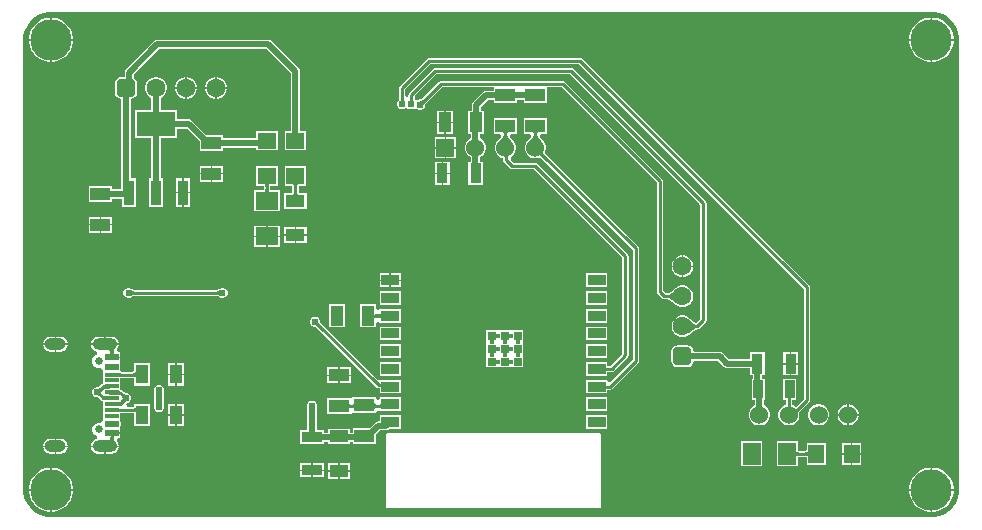
<source format=gbl>
G04*
G04 #@! TF.GenerationSoftware,Altium Limited,Altium Designer,25.6.2 (33)*
G04*
G04 Layer_Physical_Order=2*
G04 Layer_Color=16711680*
%FSLAX25Y25*%
%MOIN*%
G70*
G04*
G04 #@! TF.SameCoordinates,A6983FEA-D560-4925-98B3-38CB5C928B3C*
G04*
G04*
G04 #@! TF.FilePolarity,Positive*
G04*
G01*
G75*
%ADD10C,0.01000*%
%ADD26C,0.02000*%
%ADD27R,0.06000X0.06000*%
%ADD28C,0.06000*%
%ADD29C,0.06299*%
%ADD30O,0.08268X0.03937*%
%ADD31O,0.07087X0.03937*%
%ADD32C,0.01575*%
%ADD33C,0.02559*%
G04:AMPARAMS|DCode=34|XSize=62.99mil|YSize=62.99mil|CornerRadius=15.75mil|HoleSize=0mil|Usage=FLASHONLY|Rotation=0.000|XOffset=0mil|YOffset=0mil|HoleType=Round|Shape=RoundedRectangle|*
%AMROUNDEDRECTD34*
21,1,0.06299,0.03150,0,0,0.0*
21,1,0.03150,0.06299,0,0,0.0*
1,1,0.03150,0.01575,-0.01575*
1,1,0.03150,-0.01575,-0.01575*
1,1,0.03150,-0.01575,0.01575*
1,1,0.03150,0.01575,0.01575*
%
%ADD34ROUNDEDRECTD34*%
%ADD35C,0.13780*%
G04:AMPARAMS|DCode=36|XSize=62.99mil|YSize=62.99mil|CornerRadius=15.75mil|HoleSize=0mil|Usage=FLASHONLY|Rotation=90.000|XOffset=0mil|YOffset=0mil|HoleType=Round|Shape=RoundedRectangle|*
%AMROUNDEDRECTD36*
21,1,0.06299,0.03150,0,0,90.0*
21,1,0.03150,0.06299,0,0,90.0*
1,1,0.03150,0.01575,0.01575*
1,1,0.03150,0.01575,-0.01575*
1,1,0.03150,-0.01575,-0.01575*
1,1,0.03150,-0.01575,0.01575*
%
%ADD36ROUNDEDRECTD36*%
%ADD37C,0.02400*%
%ADD38R,0.06496X0.04331*%
%ADD39R,0.07480X0.05906*%
%ADD40R,0.04331X0.06693*%
%ADD41R,0.06693X0.03740*%
%ADD42R,0.06299X0.04134*%
%ADD43R,0.06693X0.04331*%
%ADD44R,0.04331X0.06496*%
%ADD45R,0.03740X0.06693*%
%ADD46R,0.03543X0.06102*%
%ADD47R,0.06299X0.05512*%
%ADD48R,0.05512X0.06299*%
%ADD49R,0.05906X0.07480*%
%ADD50R,0.05906X0.03543*%
%ADD51R,0.04528X0.02362*%
%ADD52R,0.03740X0.08465*%
%ADD53R,0.04528X0.01181*%
%ADD54R,0.02756X0.02756*%
%ADD55R,0.12795X0.08465*%
G36*
X425683Y321844D02*
X427356Y321150D01*
X428863Y320144D01*
X430144Y318863D01*
X431150Y317356D01*
X431844Y315683D01*
X432197Y313906D01*
Y313000D01*
Y163000D01*
Y162094D01*
X431844Y160317D01*
X431150Y158643D01*
X430144Y157137D01*
X428863Y155856D01*
X427356Y154850D01*
X425683Y154156D01*
X423906Y153803D01*
X128594D01*
X126817Y154156D01*
X125144Y154850D01*
X123637Y155856D01*
X122356Y157137D01*
X121350Y158643D01*
X120656Y160317D01*
X120303Y162094D01*
Y163000D01*
Y313000D01*
Y313906D01*
X120656Y315683D01*
X121350Y317356D01*
X122356Y318863D01*
X123637Y320144D01*
X125144Y321150D01*
X126817Y321844D01*
X128594Y322197D01*
X423906D01*
X425683Y321844D01*
D02*
G37*
%LPC*%
G36*
X423728Y320390D02*
X423250D01*
Y313250D01*
X430390D01*
Y313728D01*
X430106Y315156D01*
X429549Y316500D01*
X428740Y317711D01*
X427711Y318740D01*
X426500Y319549D01*
X425155Y320106D01*
X423728Y320390D01*
D02*
G37*
G36*
X422750D02*
X422272D01*
X420845Y320106D01*
X419500Y319549D01*
X418289Y318740D01*
X417260Y317711D01*
X416451Y316500D01*
X415894Y315156D01*
X415610Y313728D01*
Y313250D01*
X422750D01*
Y320390D01*
D02*
G37*
G36*
X130228D02*
X129750D01*
Y313250D01*
X136890D01*
Y313728D01*
X136606Y315156D01*
X136049Y316500D01*
X135240Y317711D01*
X134211Y318740D01*
X133000Y319549D01*
X131656Y320106D01*
X130228Y320390D01*
D02*
G37*
G36*
X129250D02*
X128772D01*
X127345Y320106D01*
X126000Y319549D01*
X124789Y318740D01*
X123760Y317711D01*
X122951Y316500D01*
X122394Y315156D01*
X122110Y313728D01*
Y313250D01*
X129250D01*
Y320390D01*
D02*
G37*
G36*
X430390Y312750D02*
X423250D01*
Y305610D01*
X423728D01*
X425155Y305894D01*
X426500Y306451D01*
X427711Y307260D01*
X428740Y308289D01*
X429549Y309500D01*
X430106Y310844D01*
X430390Y312272D01*
Y312750D01*
D02*
G37*
G36*
X422750D02*
X415610D01*
Y312272D01*
X415894Y310844D01*
X416451Y309500D01*
X417260Y308289D01*
X418289Y307260D01*
X419500Y306451D01*
X420845Y305894D01*
X422272Y305610D01*
X422750D01*
Y312750D01*
D02*
G37*
G36*
X136890D02*
X129750D01*
Y305610D01*
X130228D01*
X131656Y305894D01*
X133000Y306451D01*
X134211Y307260D01*
X135240Y308289D01*
X136049Y309500D01*
X136606Y310844D01*
X136890Y312272D01*
Y312750D01*
D02*
G37*
G36*
X129250D02*
X122110D01*
Y312272D01*
X122394Y310844D01*
X122951Y309500D01*
X123760Y308289D01*
X124789Y307260D01*
X126000Y306451D01*
X127345Y305894D01*
X128772Y305610D01*
X129250D01*
Y312750D01*
D02*
G37*
G36*
X184980Y300650D02*
X184750D01*
Y297250D01*
X188150D01*
Y297481D01*
X187901Y298409D01*
X187420Y299241D01*
X186741Y299920D01*
X185909Y300401D01*
X184980Y300650D01*
D02*
G37*
G36*
X184250D02*
X184019D01*
X183091Y300401D01*
X182259Y299920D01*
X181580Y299241D01*
X181099Y298409D01*
X180850Y297481D01*
Y297250D01*
X184250D01*
Y300650D01*
D02*
G37*
G36*
X174980D02*
X174750D01*
Y297250D01*
X178150D01*
Y297481D01*
X177901Y298409D01*
X177420Y299241D01*
X176741Y299920D01*
X175909Y300401D01*
X174980Y300650D01*
D02*
G37*
G36*
X174250D02*
X174020D01*
X173091Y300401D01*
X172259Y299920D01*
X171580Y299241D01*
X171099Y298409D01*
X170850Y297481D01*
Y297250D01*
X174250D01*
Y300650D01*
D02*
G37*
G36*
X188150Y296750D02*
X184750D01*
Y293350D01*
X184980D01*
X185909Y293599D01*
X186741Y294080D01*
X187420Y294759D01*
X187901Y295591D01*
X188150Y296519D01*
Y296750D01*
D02*
G37*
G36*
X184250D02*
X180850D01*
Y296519D01*
X181099Y295591D01*
X181580Y294759D01*
X182259Y294080D01*
X183091Y293599D01*
X184019Y293350D01*
X184250D01*
Y296750D01*
D02*
G37*
G36*
X178150D02*
X174750D01*
Y293350D01*
X174980D01*
X175909Y293599D01*
X176741Y294080D01*
X177420Y294759D01*
X177901Y295591D01*
X178150Y296519D01*
Y296750D01*
D02*
G37*
G36*
X174250D02*
X170850D01*
Y296519D01*
X171099Y295591D01*
X171580Y294759D01*
X172259Y294080D01*
X173091Y293599D01*
X174020Y293350D01*
X174250D01*
Y296750D01*
D02*
G37*
G36*
X263547Y289347D02*
X261132D01*
Y285750D01*
X263547D01*
Y289347D01*
D02*
G37*
G36*
X260632D02*
X258217D01*
Y285750D01*
X260632D01*
Y289347D01*
D02*
G37*
G36*
X263547Y285250D02*
X261132D01*
Y281653D01*
X263547D01*
Y285250D01*
D02*
G37*
G36*
X260632D02*
X258217D01*
Y281653D01*
X260632D01*
Y285250D01*
D02*
G37*
G36*
X264500Y280500D02*
X261250D01*
Y277250D01*
X264500D01*
Y280500D01*
D02*
G37*
G36*
X260750D02*
X257500D01*
Y277250D01*
X260750D01*
Y280500D01*
D02*
G37*
G36*
X202000Y313029D02*
X165000D01*
X164415Y312913D01*
X163919Y312581D01*
X154493Y303156D01*
X154162Y302660D01*
X154045Y302075D01*
Y300690D01*
X152925D01*
X152116Y300529D01*
X151429Y300071D01*
X150971Y299384D01*
X150810Y298575D01*
Y295425D01*
X150971Y294616D01*
X151429Y293929D01*
X152116Y293471D01*
X152925Y293310D01*
X152971D01*
Y263147D01*
X149846D01*
Y264283D01*
X142154D01*
Y258953D01*
X149846D01*
Y260089D01*
X153075D01*
Y257350D01*
X157815D01*
Y266815D01*
X156029D01*
Y293310D01*
X156075D01*
X156884Y293471D01*
X157571Y293929D01*
X158029Y294616D01*
X158190Y295425D01*
Y298575D01*
X158029Y299384D01*
X157571Y300071D01*
X157104Y300382D01*
Y301441D01*
X165633Y309971D01*
X201366D01*
X209471Y301867D01*
Y282661D01*
X207350D01*
Y276150D01*
X214650D01*
Y282661D01*
X212529D01*
Y302500D01*
X212413Y303085D01*
X212081Y303581D01*
X203081Y312581D01*
X202585Y312913D01*
X202000Y313029D01*
D02*
G37*
G36*
X164980Y300650D02*
X164020D01*
X163091Y300401D01*
X162259Y299920D01*
X161580Y299241D01*
X161099Y298409D01*
X160850Y297481D01*
Y296519D01*
X161099Y295591D01*
X161580Y294759D01*
X162259Y294080D01*
X162971Y293669D01*
Y289650D01*
X157602D01*
Y280185D01*
X162971D01*
Y266815D01*
X162130D01*
Y257350D01*
X166870D01*
Y266815D01*
X166029D01*
Y280185D01*
X171398D01*
Y283388D01*
X174886D01*
X179154Y279121D01*
Y275953D01*
X186846D01*
Y277089D01*
X197850D01*
Y276150D01*
X205150D01*
Y282661D01*
X197850D01*
Y280148D01*
X186846D01*
Y281283D01*
X181316D01*
X176601Y285999D01*
X176105Y286330D01*
X175520Y286447D01*
X171398D01*
Y289650D01*
X166029D01*
Y293669D01*
X166741Y294080D01*
X167420Y294759D01*
X167901Y295591D01*
X168150Y296519D01*
Y297481D01*
X167901Y298409D01*
X167420Y299241D01*
X166741Y299920D01*
X165909Y300401D01*
X164980Y300650D01*
D02*
G37*
G36*
X264500Y276750D02*
X261250D01*
Y273500D01*
X264500D01*
Y276750D01*
D02*
G37*
G36*
X260750D02*
X257500D01*
Y273500D01*
X260750D01*
Y276750D01*
D02*
G37*
G36*
X262358Y272346D02*
X260238D01*
Y268750D01*
X262358D01*
Y272346D01*
D02*
G37*
G36*
X259738D02*
X257618D01*
Y268750D01*
X259738D01*
Y272346D01*
D02*
G37*
G36*
X186846Y271047D02*
X183250D01*
Y268632D01*
X186846D01*
Y271047D01*
D02*
G37*
G36*
X182750D02*
X179154D01*
Y268632D01*
X182750D01*
Y271047D01*
D02*
G37*
G36*
X186846Y268132D02*
X183250D01*
Y265717D01*
X186846D01*
Y268132D01*
D02*
G37*
G36*
X182750D02*
X179154D01*
Y265717D01*
X182750D01*
Y268132D01*
D02*
G37*
G36*
X262358Y268250D02*
X260238D01*
Y264653D01*
X262358D01*
Y268250D01*
D02*
G37*
G36*
X259738D02*
X257618D01*
Y264653D01*
X259738D01*
Y268250D01*
D02*
G37*
G36*
X175925Y266815D02*
X173805D01*
Y262333D01*
X175925D01*
Y266815D01*
D02*
G37*
G36*
X173305D02*
X171185D01*
Y262333D01*
X173305D01*
Y266815D01*
D02*
G37*
G36*
X175925Y261833D02*
X173805D01*
Y257350D01*
X175925D01*
Y261833D01*
D02*
G37*
G36*
X173305D02*
X171185D01*
Y257350D01*
X173305D01*
Y261833D01*
D02*
G37*
G36*
X214650Y270850D02*
X207350D01*
Y264339D01*
X209895D01*
X209898Y264337D01*
X209906Y264317D01*
X209926Y264246D01*
X209943Y264142D01*
X209954Y264009D01*
X209959Y263836D01*
X209980Y263788D01*
Y262326D01*
X209959Y262278D01*
X209954Y262105D01*
X209943Y261972D01*
X209926Y261869D01*
X209906Y261797D01*
X209898Y261777D01*
X209895Y261776D01*
X207252D01*
Y256445D01*
X214748D01*
Y261776D01*
X212105D01*
X212102Y261777D01*
X212094Y261797D01*
X212074Y261869D01*
X212057Y261972D01*
X212046Y262105D01*
X212041Y262278D01*
X212020Y262326D01*
Y263788D01*
X212041Y263836D01*
X212046Y264009D01*
X212057Y264142D01*
X212074Y264246D01*
X212094Y264317D01*
X212102Y264337D01*
X212105Y264339D01*
X214650D01*
Y270850D01*
D02*
G37*
G36*
X205150D02*
X197850D01*
Y264339D01*
X200395D01*
X200398Y264337D01*
X200406Y264317D01*
X200426Y264246D01*
X200443Y264142D01*
X200454Y264009D01*
X200459Y263836D01*
X200480Y263788D01*
Y263314D01*
X200459Y263266D01*
X200454Y263093D01*
X200443Y262960D01*
X200426Y262857D01*
X200406Y262785D01*
X200398Y262765D01*
X200395Y262764D01*
X197260D01*
Y255858D01*
X205740D01*
Y262764D01*
X202605D01*
X202602Y262765D01*
X202594Y262785D01*
X202574Y262857D01*
X202557Y262960D01*
X202546Y263093D01*
X202541Y263266D01*
X202520Y263314D01*
Y263788D01*
X202541Y263836D01*
X202546Y264009D01*
X202557Y264142D01*
X202574Y264246D01*
X202594Y264317D01*
X202602Y264337D01*
X202605Y264339D01*
X205150D01*
Y270850D01*
D02*
G37*
G36*
X149846Y254047D02*
X146250D01*
Y251632D01*
X149846D01*
Y254047D01*
D02*
G37*
G36*
X145750D02*
X142154D01*
Y251632D01*
X145750D01*
Y254047D01*
D02*
G37*
G36*
X149846Y251132D02*
X146250D01*
Y248716D01*
X149846D01*
Y251132D01*
D02*
G37*
G36*
X145750D02*
X142154D01*
Y248716D01*
X145750D01*
Y251132D01*
D02*
G37*
G36*
X214748Y250555D02*
X211250D01*
Y248140D01*
X214748D01*
Y250555D01*
D02*
G37*
G36*
X210750D02*
X207252D01*
Y248140D01*
X210750D01*
Y250555D01*
D02*
G37*
G36*
X205740Y250953D02*
X201750D01*
Y247750D01*
X205740D01*
Y250953D01*
D02*
G37*
G36*
X201250D02*
X197260D01*
Y247750D01*
X201250D01*
Y250953D01*
D02*
G37*
G36*
X214748Y247640D02*
X211250D01*
Y245224D01*
X214748D01*
Y247640D01*
D02*
G37*
G36*
X210750D02*
X207252D01*
Y245224D01*
X210750D01*
Y247640D01*
D02*
G37*
G36*
X205740Y247250D02*
X201750D01*
Y244047D01*
X205740D01*
Y247250D01*
D02*
G37*
G36*
X201250D02*
X197260D01*
Y244047D01*
X201250D01*
Y247250D01*
D02*
G37*
G36*
X340480Y241150D02*
X340250D01*
Y237750D01*
X343650D01*
Y237981D01*
X343401Y238909D01*
X342920Y239741D01*
X342241Y240420D01*
X341409Y240901D01*
X340480Y241150D01*
D02*
G37*
G36*
X339750D02*
X339520D01*
X338591Y240901D01*
X337759Y240420D01*
X337080Y239741D01*
X336599Y238909D01*
X336350Y237981D01*
Y237750D01*
X339750D01*
Y241150D01*
D02*
G37*
G36*
X343650Y237250D02*
X340250D01*
Y233850D01*
X340480D01*
X341409Y234099D01*
X342241Y234580D01*
X342920Y235259D01*
X343401Y236091D01*
X343650Y237019D01*
Y237250D01*
D02*
G37*
G36*
X339750D02*
X336350D01*
Y237019D01*
X336599Y236091D01*
X337080Y235259D01*
X337759Y234580D01*
X338591Y234099D01*
X339520Y233850D01*
X339750D01*
Y237250D01*
D02*
G37*
G36*
X246004Y235098D02*
X242801D01*
Y233077D01*
X246004D01*
Y235098D01*
D02*
G37*
G36*
X242301D02*
X239098D01*
Y233077D01*
X242301D01*
Y235098D01*
D02*
G37*
G36*
X314902D02*
X307996D01*
Y230555D01*
X314902D01*
Y235098D01*
D02*
G37*
G36*
X246004Y232577D02*
X242801D01*
Y230555D01*
X246004D01*
Y232577D01*
D02*
G37*
G36*
X242301D02*
X239098D01*
Y230555D01*
X242301D01*
Y232577D01*
D02*
G37*
G36*
X186988Y230342D02*
X186311D01*
X185687Y230083D01*
X185516Y229912D01*
X185424Y229878D01*
X185373Y229831D01*
X185338Y229804D01*
X185299Y229779D01*
X185255Y229757D01*
X185205Y229737D01*
X185148Y229719D01*
X185083Y229704D01*
X185010Y229693D01*
X184929Y229686D01*
X184824Y229683D01*
X184776Y229661D01*
X157224D01*
X157176Y229683D01*
X157071Y229686D01*
X156990Y229693D01*
X156917Y229704D01*
X156852Y229719D01*
X156795Y229737D01*
X156745Y229757D01*
X156701Y229779D01*
X156662Y229804D01*
X156627Y229831D01*
X156576Y229878D01*
X156484Y229912D01*
X156313Y230083D01*
X155689Y230342D01*
X155012D01*
X154387Y230083D01*
X153909Y229605D01*
X153650Y228980D01*
Y228304D01*
X153909Y227679D01*
X154387Y227201D01*
X155012Y226942D01*
X155689D01*
X156313Y227201D01*
X156484Y227371D01*
X156576Y227405D01*
X156627Y227453D01*
X156662Y227480D01*
X156701Y227504D01*
X156745Y227526D01*
X156795Y227547D01*
X156852Y227564D01*
X156917Y227579D01*
X156990Y227591D01*
X157071Y227598D01*
X157176Y227601D01*
X157224Y227622D01*
X184776D01*
X184824Y227601D01*
X184929Y227598D01*
X185010Y227591D01*
X185083Y227579D01*
X185148Y227564D01*
X185205Y227547D01*
X185255Y227526D01*
X185299Y227504D01*
X185338Y227480D01*
X185373Y227452D01*
X185424Y227405D01*
X185516Y227371D01*
X185687Y227201D01*
X186311Y226942D01*
X186988D01*
X187613Y227201D01*
X188091Y227679D01*
X188350Y228304D01*
Y228980D01*
X188091Y229605D01*
X187613Y230083D01*
X186988Y230342D01*
D02*
G37*
G36*
X314902Y229193D02*
X307996D01*
Y224650D01*
X314902D01*
Y229193D01*
D02*
G37*
G36*
X246004D02*
X239098D01*
Y224650D01*
X246004D01*
Y229193D01*
D02*
G37*
G36*
X314902Y223287D02*
X307996D01*
Y218744D01*
X314902D01*
Y223287D01*
D02*
G37*
G36*
X237902Y224847D02*
X232571D01*
Y217154D01*
X237902D01*
Y218556D01*
X238570Y218946D01*
X239098Y218744D01*
Y218744D01*
X246004D01*
Y223287D01*
X239098D01*
Y223287D01*
X238556Y223062D01*
X237902Y223444D01*
Y224847D01*
D02*
G37*
G36*
X227665D02*
X222335D01*
Y217154D01*
X227665D01*
Y224847D01*
D02*
G37*
G36*
X314902Y217382D02*
X307996D01*
Y212839D01*
X314902D01*
Y217382D01*
D02*
G37*
G36*
X246004D02*
X239098D01*
Y212839D01*
X246004D01*
Y217382D01*
D02*
G37*
G36*
X149622Y214033D02*
X147707D01*
Y211766D01*
X152089D01*
X151947Y212479D01*
X151402Y213295D01*
X150585Y213841D01*
X149622Y214033D01*
D02*
G37*
G36*
X147207D02*
X145291D01*
X144328Y213841D01*
X143512Y213295D01*
X142966Y212479D01*
X142824Y211766D01*
X147207D01*
Y214033D01*
D02*
G37*
G36*
X132575D02*
X131250D01*
Y211766D01*
X135042D01*
X134900Y212479D01*
X134354Y213295D01*
X133538Y213841D01*
X132575Y214033D01*
D02*
G37*
G36*
X130750D02*
X129425D01*
X128462Y213841D01*
X127646Y213295D01*
X127100Y212479D01*
X126958Y211766D01*
X130750D01*
Y214033D01*
D02*
G37*
G36*
X135042Y211266D02*
X131250D01*
Y208999D01*
X132575D01*
X133538Y209191D01*
X134354Y209736D01*
X134900Y210553D01*
X135042Y211266D01*
D02*
G37*
G36*
X130750D02*
X126958D01*
X127100Y210553D01*
X127646Y209736D01*
X128462Y209191D01*
X129425Y208999D01*
X130750D01*
Y211266D01*
D02*
G37*
G36*
X314902Y211476D02*
X307996D01*
Y206933D01*
X314902D01*
Y211476D01*
D02*
G37*
G36*
X246004D02*
X239098D01*
Y206933D01*
X246004D01*
Y211476D01*
D02*
G37*
G36*
X378382Y208846D02*
X376262D01*
Y205250D01*
X378382D01*
Y208846D01*
D02*
G37*
G36*
X375762D02*
X373642D01*
Y205250D01*
X375762D01*
Y208846D01*
D02*
G37*
G36*
X284846Y287047D02*
X277153D01*
Y281716D01*
X278944D01*
X278993Y281693D01*
X279195Y281532D01*
X279391Y281236D01*
X279541Y280716D01*
X279481Y280626D01*
X279295Y280378D01*
X278807Y279819D01*
X278515Y279522D01*
X278475Y279425D01*
X278199Y279149D01*
X277738Y278351D01*
X277500Y277461D01*
Y276539D01*
X277738Y275649D01*
X278199Y274851D01*
X278851Y274199D01*
X279649Y273739D01*
X280077Y273624D01*
Y273086D01*
X280154Y272696D01*
X280375Y272365D01*
X282461Y270279D01*
X282792Y270058D01*
X283182Y269980D01*
X290578D01*
X319980Y240578D01*
Y208192D01*
X316107Y204319D01*
X314902D01*
Y205571D01*
X307996D01*
Y201028D01*
X314902D01*
Y202280D01*
X316529D01*
X316919Y202357D01*
X317250Y202578D01*
X321721Y207049D01*
X321942Y207380D01*
X322020Y207770D01*
Y241000D01*
X321942Y241390D01*
X321721Y241721D01*
X291721Y271721D01*
X291390Y271942D01*
X291000Y272020D01*
X283604D01*
X282763Y272861D01*
X282952Y274086D01*
X283149Y274199D01*
X283801Y274851D01*
X284261Y275649D01*
X284500Y276539D01*
Y277461D01*
X284261Y278351D01*
X283801Y279149D01*
X283525Y279425D01*
X283486Y279522D01*
X283193Y279819D01*
X282705Y280378D01*
X282519Y280625D01*
X282459Y280716D01*
X282609Y281236D01*
X282805Y281532D01*
X283007Y281693D01*
X283056Y281716D01*
X284846D01*
Y287047D01*
D02*
G37*
G36*
X278327Y216201D02*
Y216201D01*
X274571D01*
Y212445D01*
X274571D01*
Y211870D01*
X274571D01*
Y208114D01*
X274571D01*
Y207539D01*
X274571D01*
Y203783D01*
X278327D01*
Y203783D01*
X278902D01*
Y203783D01*
X282658D01*
Y203783D01*
X283232D01*
Y203783D01*
X286988D01*
Y207539D01*
X286988D01*
Y208114D01*
X286988D01*
Y211870D01*
X286988D01*
Y212445D01*
X286988D01*
Y216201D01*
X283629D01*
X283232Y216201D01*
Y216201D01*
X282658D01*
X282658Y216201D01*
X282261Y216201D01*
X278902D01*
Y216201D01*
X278327D01*
D02*
G37*
G36*
X173776Y205248D02*
X171360D01*
Y201750D01*
X173776D01*
Y205248D01*
D02*
G37*
G36*
X170860D02*
X168445D01*
Y201750D01*
X170860D01*
Y205248D01*
D02*
G37*
G36*
X229346Y203783D02*
X225750D01*
Y201368D01*
X229346D01*
Y203783D01*
D02*
G37*
G36*
X225250D02*
X221654D01*
Y201368D01*
X225250D01*
Y203783D01*
D02*
G37*
G36*
X378382Y204750D02*
X376262D01*
Y201153D01*
X378382D01*
Y204750D01*
D02*
G37*
G36*
X375762D02*
X373642D01*
Y201153D01*
X375762D01*
Y204750D01*
D02*
G37*
G36*
X246004Y205571D02*
X239098D01*
Y201028D01*
X246004D01*
Y205571D01*
D02*
G37*
G36*
X294847Y287047D02*
X287154D01*
Y281716D01*
X288944D01*
X288993Y281693D01*
X289195Y281532D01*
X289391Y281236D01*
X289541Y280716D01*
X289481Y280626D01*
X289295Y280378D01*
X288807Y279819D01*
X288514Y279522D01*
X288475Y279425D01*
X288199Y279149D01*
X287738Y278351D01*
X287500Y277461D01*
Y276539D01*
X287738Y275649D01*
X288199Y274851D01*
X288851Y274199D01*
X289649Y273739D01*
X290539Y273500D01*
X291461D01*
X292351Y273739D01*
X292648Y273910D01*
X323480Y243078D01*
Y206422D01*
X315902Y198844D01*
X314902Y199258D01*
Y199665D01*
X307996D01*
Y195122D01*
X314902D01*
Y196374D01*
X315894D01*
X316284Y196452D01*
X316615Y196673D01*
X325221Y205279D01*
X325442Y205610D01*
X325520Y206000D01*
Y243500D01*
X325442Y243890D01*
X325221Y244221D01*
X294090Y275352D01*
X294262Y275649D01*
X294500Y276539D01*
Y277461D01*
X294262Y278351D01*
X293801Y279149D01*
X293525Y279425D01*
X293485Y279522D01*
X293193Y279819D01*
X292705Y280378D01*
X292519Y280625D01*
X292459Y280716D01*
X292609Y281236D01*
X292805Y281532D01*
X293007Y281693D01*
X293056Y281716D01*
X294847D01*
Y287047D01*
D02*
G37*
G36*
X229346Y200868D02*
X225750D01*
Y198453D01*
X229346D01*
Y200868D01*
D02*
G37*
G36*
X225250D02*
X221654D01*
Y198453D01*
X225250D01*
Y200868D01*
D02*
G37*
G36*
X173776Y201250D02*
X171360D01*
Y197752D01*
X173776D01*
Y201250D01*
D02*
G37*
G36*
X170860D02*
X168445D01*
Y197752D01*
X170860D01*
Y201250D01*
D02*
G37*
G36*
X152089Y211266D02*
X142824D01*
X142966Y210553D01*
X143512Y209736D01*
X144328Y209191D01*
X144837Y209089D01*
X144815Y208074D01*
X144197Y207818D01*
X143556Y207177D01*
X143209Y206339D01*
Y205432D01*
X143556Y204595D01*
X144197Y203953D01*
X145035Y203606D01*
X145942D01*
X145957Y203612D01*
X146957Y202944D01*
Y198412D01*
X146927Y198411D01*
X146830Y198366D01*
X146558Y198312D01*
X146227Y198091D01*
X145666Y197530D01*
X145620Y197513D01*
X145617Y197508D01*
X145611Y197505D01*
X145536Y197434D01*
X145474Y197382D01*
X145416Y197341D01*
X145361Y197307D01*
X145311Y197282D01*
X145264Y197263D01*
X145221Y197251D01*
X145180Y197243D01*
X145139Y197239D01*
X145071Y197239D01*
X144974Y197200D01*
X144662D01*
X144037Y196941D01*
X143559Y196463D01*
X143300Y195838D01*
Y195162D01*
X143559Y194537D01*
X144037Y194059D01*
X144662Y193800D01*
X144945D01*
X145039Y193760D01*
X145108Y193759D01*
X145150Y193754D01*
X145193Y193746D01*
X145238Y193732D01*
X145285Y193712D01*
X145337Y193686D01*
X145392Y193652D01*
X145451Y193609D01*
X145513Y193557D01*
X145589Y193485D01*
X145589Y193485D01*
X145590Y193485D01*
X145638Y193466D01*
X146212Y192893D01*
X146542Y192672D01*
X146824Y192616D01*
X146923Y192573D01*
X146957Y192572D01*
Y190465D01*
Y186071D01*
X145957Y185403D01*
X145942Y185409D01*
X145035D01*
X144197Y185062D01*
X143556Y184421D01*
X143209Y183583D01*
Y182676D01*
X143556Y181839D01*
X144197Y181197D01*
X144815Y180942D01*
X144837Y179927D01*
X144328Y179825D01*
X143512Y179280D01*
X142966Y178463D01*
X142824Y177750D01*
X152089D01*
X151947Y178463D01*
X151436Y179228D01*
X151496Y179514D01*
X151782Y180228D01*
X152484D01*
Y181659D01*
X149721D01*
Y182159D01*
X152484D01*
Y184141D01*
X152700Y184662D01*
Y185338D01*
X152484Y185859D01*
Y188519D01*
X152799Y188537D01*
X152974Y188538D01*
X153026Y188559D01*
X156674D01*
X156722Y188538D01*
X156895Y188533D01*
X157028Y188522D01*
X157131Y188504D01*
X157203Y188485D01*
X157223Y188477D01*
X157224Y188474D01*
Y184252D01*
X162555D01*
Y191748D01*
X157224D01*
Y190684D01*
X157223Y190681D01*
X157203Y190673D01*
X157131Y190653D01*
X157028Y190636D01*
X156895Y190624D01*
X156722Y190620D01*
X156674Y190598D01*
X155161D01*
X154928Y190729D01*
X154837Y190818D01*
X154537Y191457D01*
X154550Y191598D01*
X154828Y191800D01*
X154838D01*
X155463Y192059D01*
X155941Y192537D01*
X156200Y193162D01*
Y193838D01*
X155941Y194463D01*
X155463Y194941D01*
X154838Y195200D01*
X154584D01*
X154492Y195241D01*
X154423Y195243D01*
X154380Y195248D01*
X154336Y195258D01*
X154290Y195273D01*
X154240Y195293D01*
X154188Y195320D01*
X154132Y195355D01*
X154073Y195399D01*
X154010Y195451D01*
X153934Y195523D01*
X153885Y195542D01*
X153304Y196123D01*
X152973Y196344D01*
X152693Y196399D01*
X152594Y196443D01*
X152484Y196445D01*
Y200330D01*
X152799Y200348D01*
X152974Y200349D01*
X153026Y200370D01*
X156674D01*
X156722Y200349D01*
X156895Y200344D01*
X157028Y200332D01*
X157131Y200315D01*
X157203Y200296D01*
X157223Y200288D01*
X157224Y200285D01*
Y197752D01*
X162555D01*
Y205248D01*
X157224D01*
Y202495D01*
X157223Y202492D01*
X157203Y202484D01*
X157131Y202464D01*
X157028Y202447D01*
X156895Y202435D01*
X156722Y202431D01*
X156674Y202409D01*
X153028D01*
X152977Y202431D01*
X152627Y202434D01*
X152484Y202441D01*
Y205425D01*
Y206856D01*
X149721D01*
Y207356D01*
X152484D01*
Y208787D01*
X151782D01*
X151496Y209501D01*
X151436Y209787D01*
X151947Y210553D01*
X152089Y211266D01*
D02*
G37*
G36*
X217838Y220700D02*
X217162D01*
X216537Y220441D01*
X216059Y219963D01*
X215800Y219338D01*
Y218662D01*
X216059Y218037D01*
X216537Y217559D01*
X217162Y217300D01*
X217758D01*
X237963Y197095D01*
X238294Y196874D01*
X238684Y196796D01*
X239098D01*
Y195122D01*
X246004D01*
Y199665D01*
X239098D01*
Y199665D01*
X238517Y199425D01*
X219200Y218742D01*
Y219338D01*
X218941Y219963D01*
X218463Y220441D01*
X217838Y220700D01*
D02*
G37*
G36*
X306000Y307020D02*
X255500D01*
X255110Y306942D01*
X254779Y306721D01*
X245779Y297721D01*
X245558Y297390D01*
X245480Y297000D01*
Y292885D01*
X245059Y292463D01*
X244800Y291838D01*
Y291162D01*
X245059Y290537D01*
X245537Y290059D01*
X246162Y289800D01*
X246838D01*
X247463Y290059D01*
X248000Y290490D01*
X248537Y290059D01*
X249162Y289800D01*
X249838D01*
X250463Y290059D01*
X251091Y290413D01*
X251628Y289968D01*
X252253Y289709D01*
X252929D01*
X253554Y289968D01*
X254032Y290446D01*
X254291Y291071D01*
Y291312D01*
X254332Y291401D01*
X254334Y291471D01*
X254340Y291514D01*
X254350Y291559D01*
X254365Y291606D01*
X254387Y291656D01*
X254414Y291709D01*
X254450Y291765D01*
X254493Y291825D01*
X254546Y291888D01*
X254618Y291964D01*
X254637Y292013D01*
X259888Y297264D01*
X277153D01*
Y296029D01*
X274500D01*
X273915Y295913D01*
X273419Y295581D01*
X270155Y292318D01*
X269823Y291822D01*
X269707Y291236D01*
Y289347D01*
X268453D01*
Y281653D01*
X269471D01*
Y280158D01*
X268851Y279801D01*
X268199Y279149D01*
X267739Y278351D01*
X267500Y277461D01*
Y276539D01*
X267739Y275649D01*
X268199Y274851D01*
X268851Y274199D01*
X269471Y273842D01*
Y272346D01*
X268642D01*
Y264653D01*
X273382D01*
Y272346D01*
X272529D01*
Y273842D01*
X273149Y274199D01*
X273801Y274851D01*
X274261Y275649D01*
X274500Y276539D01*
Y277461D01*
X274261Y278351D01*
X273801Y279149D01*
X273149Y279801D01*
X272529Y280158D01*
Y281653D01*
X273783D01*
Y289347D01*
X272766D01*
Y290603D01*
X275133Y292971D01*
X277153D01*
Y291953D01*
X284846D01*
Y292971D01*
X287154D01*
Y291953D01*
X294847D01*
Y297264D01*
X299794D01*
X331480Y265578D01*
Y229000D01*
X331558Y228610D01*
X331779Y228279D01*
X333279Y226779D01*
X333610Y226558D01*
X334000Y226480D01*
X334920D01*
X334959Y226460D01*
X335143Y226446D01*
X335309Y226410D01*
X335498Y226344D01*
X335710Y226246D01*
X335943Y226113D01*
X336195Y225945D01*
X336459Y225745D01*
X337053Y225223D01*
X337371Y224910D01*
X337468Y224870D01*
X337759Y224580D01*
X338591Y224099D01*
X339520Y223850D01*
X340480D01*
X341409Y224099D01*
X342241Y224580D01*
X342920Y225259D01*
X343401Y226091D01*
X343650Y227020D01*
Y227980D01*
X343401Y228909D01*
X342920Y229741D01*
X342241Y230420D01*
X341409Y230901D01*
X340480Y231150D01*
X339520D01*
X338591Y230901D01*
X337759Y230420D01*
X337468Y230130D01*
X337371Y230090D01*
X337053Y229777D01*
X336459Y229255D01*
X336195Y229055D01*
X335943Y228887D01*
X335710Y228754D01*
X335498Y228656D01*
X335309Y228590D01*
X335143Y228554D01*
X334959Y228540D01*
X334920Y228520D01*
X334422D01*
X333520Y229422D01*
Y266000D01*
X333442Y266390D01*
X333221Y266721D01*
X300938Y299004D01*
X300607Y299225D01*
X300217Y299303D01*
X259466D01*
X259075Y299225D01*
X258745Y299004D01*
X253195Y293455D01*
X253146Y293436D01*
X253070Y293364D01*
X253007Y293312D01*
X252947Y293268D01*
X252891Y293232D01*
X252838Y293205D01*
X252788Y293184D01*
X252741Y293168D01*
X252696Y293158D01*
X252653Y293152D01*
X252583Y293150D01*
X252494Y293109D01*
X252253D01*
X251768Y292908D01*
X251715Y292887D01*
X251661Y292880D01*
X251627Y292878D01*
X251604Y292878D01*
X251126Y293007D01*
X250848Y293156D01*
X250737Y293261D01*
X250727Y294285D01*
X257922Y301480D01*
X302578D01*
X345980Y258078D01*
Y219922D01*
X344652Y218594D01*
X344472Y218654D01*
X344261Y218749D01*
X344033Y218877D01*
X343790Y219038D01*
X343538Y219230D01*
X342976Y219735D01*
X342680Y220037D01*
X342677Y220038D01*
X342676Y220041D01*
X342580Y220081D01*
X342241Y220420D01*
X341409Y220901D01*
X340480Y221150D01*
X339520D01*
X338591Y220901D01*
X337759Y220420D01*
X337080Y219741D01*
X336599Y218909D01*
X336350Y217981D01*
Y217020D01*
X336599Y216091D01*
X337080Y215259D01*
X337759Y214580D01*
X338591Y214099D01*
X339520Y213850D01*
X340480D01*
X341409Y214099D01*
X342241Y214580D01*
X342578Y214917D01*
X342673Y214955D01*
X343267Y215539D01*
X343533Y215766D01*
X343790Y215962D01*
X344033Y216123D01*
X344261Y216251D01*
X344472Y216346D01*
X344665Y216410D01*
X344841Y216446D01*
X345038Y216460D01*
X345130Y216506D01*
X345390Y216558D01*
X345721Y216779D01*
X347721Y218779D01*
X347942Y219110D01*
X348020Y219500D01*
Y258500D01*
X347942Y258890D01*
X347721Y259221D01*
X303721Y303221D01*
X303390Y303442D01*
X303000Y303520D01*
X257500D01*
X257110Y303442D01*
X256779Y303221D01*
X248938Y295380D01*
X248717Y295049D01*
X248640Y294659D01*
Y293921D01*
X248457Y293792D01*
X247520Y294215D01*
Y296578D01*
X255922Y304980D01*
X305578D01*
X380480Y230078D01*
Y193422D01*
X377754Y190696D01*
X377649Y190801D01*
X376851Y191261D01*
X376520Y191350D01*
Y192949D01*
X377988D01*
Y200051D01*
X373445D01*
Y192949D01*
X374480D01*
Y191350D01*
X374149Y191261D01*
X373351Y190801D01*
X372699Y190149D01*
X372238Y189351D01*
X372000Y188461D01*
Y187539D01*
X372238Y186649D01*
X372699Y185851D01*
X373351Y185199D01*
X374149Y184739D01*
X375039Y184500D01*
X375961D01*
X376851Y184739D01*
X377649Y185199D01*
X378301Y185851D01*
X378762Y186649D01*
X379000Y187539D01*
Y188461D01*
X378874Y188932D01*
X382221Y192279D01*
X382442Y192610D01*
X382520Y193000D01*
Y230500D01*
X382442Y230890D01*
X382221Y231221D01*
X306721Y306721D01*
X306390Y306942D01*
X306000Y307020D01*
D02*
G37*
G36*
X314902Y193760D02*
X307996D01*
Y189216D01*
X314902D01*
Y193760D01*
D02*
G37*
G36*
X230154Y193783D02*
X229346Y193547D01*
X229346Y193547D01*
X221654D01*
Y188216D01*
X229251D01*
X229346Y188216D01*
Y188216D01*
X230154Y188453D01*
X230154Y188453D01*
X237846D01*
Y188910D01*
X238749Y189451D01*
X239098Y189216D01*
Y189216D01*
X246004D01*
Y193760D01*
X239098D01*
Y193186D01*
X238472Y192822D01*
X237846Y193186D01*
Y193783D01*
X230249D01*
X230154Y193783D01*
D02*
G37*
G36*
X165838Y197978D02*
X165162D01*
X164537Y197719D01*
X164059Y197240D01*
X163800Y196616D01*
Y195939D01*
X163971Y195528D01*
Y191250D01*
X163800Y190838D01*
Y190162D01*
X164059Y189537D01*
X164537Y189059D01*
X165162Y188800D01*
X165838D01*
X166463Y189059D01*
X166941Y189537D01*
X167200Y190162D01*
Y190838D01*
X167029Y191250D01*
Y195528D01*
X167200Y195939D01*
Y196616D01*
X166941Y197240D01*
X166463Y197719D01*
X165838Y197978D01*
D02*
G37*
G36*
X173776Y191748D02*
X171360D01*
Y188250D01*
X173776D01*
Y191748D01*
D02*
G37*
G36*
X395646Y191500D02*
X395435D01*
Y188250D01*
X398685D01*
Y188461D01*
X398446Y189351D01*
X397986Y190149D01*
X397334Y190801D01*
X396536Y191261D01*
X395646Y191500D01*
D02*
G37*
G36*
X394935D02*
X394724D01*
X393834Y191261D01*
X393036Y190801D01*
X392384Y190149D01*
X391924Y189351D01*
X391685Y188461D01*
Y188250D01*
X394935D01*
Y191500D01*
D02*
G37*
G36*
X170860Y191748D02*
X168445D01*
Y188250D01*
X170860D01*
Y191748D01*
D02*
G37*
G36*
X398685Y187750D02*
X395435D01*
Y184500D01*
X395646D01*
X396536Y184739D01*
X397334Y185199D01*
X397986Y185851D01*
X398446Y186649D01*
X398685Y187539D01*
Y187750D01*
D02*
G37*
G36*
X394935D02*
X391685D01*
Y187539D01*
X391924Y186649D01*
X392384Y185851D01*
X393036Y185199D01*
X393834Y184739D01*
X394724Y184500D01*
X394935D01*
Y187750D01*
D02*
G37*
G36*
X385803Y191500D02*
X384882D01*
X383992Y191261D01*
X383193Y190801D01*
X382542Y190149D01*
X382081Y189351D01*
X381842Y188461D01*
Y187539D01*
X382081Y186649D01*
X382542Y185851D01*
X383193Y185199D01*
X383992Y184739D01*
X384882Y184500D01*
X385803D01*
X386694Y184739D01*
X387492Y185199D01*
X388143Y185851D01*
X388604Y186649D01*
X388843Y187539D01*
Y188461D01*
X388604Y189351D01*
X388143Y190149D01*
X387492Y190801D01*
X386694Y191261D01*
X385803Y191500D01*
D02*
G37*
G36*
X341575Y211190D02*
X338425D01*
X337616Y211029D01*
X336929Y210571D01*
X336471Y209884D01*
X336310Y209075D01*
Y205925D01*
X336471Y205116D01*
X336929Y204429D01*
X337616Y203971D01*
X338425Y203810D01*
X341575D01*
X342384Y203971D01*
X343071Y204429D01*
X343529Y205116D01*
X343690Y205925D01*
Y205971D01*
X351867D01*
X353919Y203919D01*
X354415Y203587D01*
X355000Y203471D01*
X362618D01*
Y201153D01*
X363459D01*
Y200051D01*
X363012D01*
Y192949D01*
X364128D01*
Y191158D01*
X363508Y190801D01*
X362857Y190149D01*
X362396Y189351D01*
X362158Y188461D01*
Y187539D01*
X362396Y186649D01*
X362857Y185851D01*
X363508Y185199D01*
X364306Y184739D01*
X365197Y184500D01*
X366118D01*
X367008Y184739D01*
X367807Y185199D01*
X368458Y185851D01*
X368919Y186649D01*
X369158Y187539D01*
Y188461D01*
X368919Y189351D01*
X368458Y190149D01*
X367807Y190801D01*
X367187Y191158D01*
Y192949D01*
X367555D01*
Y200051D01*
X366518D01*
Y201153D01*
X367358D01*
Y208846D01*
X362618D01*
Y206529D01*
X355633D01*
X353581Y208581D01*
X353085Y208913D01*
X352500Y209029D01*
X343690D01*
Y209075D01*
X343529Y209884D01*
X343071Y210571D01*
X342384Y211029D01*
X341575Y211190D01*
D02*
G37*
G36*
X173776Y187750D02*
X171360D01*
Y184252D01*
X173776D01*
Y187750D01*
D02*
G37*
G36*
X170860D02*
X168445D01*
Y184252D01*
X170860D01*
Y187750D01*
D02*
G37*
G36*
X314902Y187854D02*
X307996D01*
Y183311D01*
X314902D01*
Y187854D01*
D02*
G37*
G36*
X216838Y192700D02*
X216162D01*
X215537Y192441D01*
X215059Y191963D01*
X214800Y191338D01*
Y190662D01*
X214971Y190250D01*
Y182882D01*
X212653D01*
Y178142D01*
X220346D01*
Y178982D01*
X221850D01*
Y178240D01*
X229150D01*
Y178982D01*
X230153D01*
Y178217D01*
X237846D01*
Y181384D01*
X239244Y182782D01*
X241280D01*
X241865Y182898D01*
X242361Y183230D01*
X242442Y183311D01*
X246004D01*
Y187854D01*
X239098D01*
Y185840D01*
X238610D01*
X238025Y185724D01*
X237529Y185392D01*
X235684Y183547D01*
X230153D01*
Y182041D01*
X229150D01*
Y183374D01*
X221850D01*
Y182041D01*
X220346D01*
Y182882D01*
X218029D01*
Y190250D01*
X218200Y190662D01*
Y191338D01*
X217941Y191963D01*
X217463Y192441D01*
X216838Y192700D01*
D02*
G37*
G36*
X132575Y180017D02*
X131250D01*
Y177750D01*
X135042D01*
X134900Y178463D01*
X134354Y179280D01*
X133538Y179825D01*
X132575Y180017D01*
D02*
G37*
G36*
X130750D02*
X129425D01*
X128462Y179825D01*
X127646Y179280D01*
X127100Y178463D01*
X126958Y177750D01*
X130750D01*
Y180017D01*
D02*
G37*
G36*
X399661Y178650D02*
X396656D01*
Y175250D01*
X399661D01*
Y178650D01*
D02*
G37*
G36*
X396156D02*
X393150D01*
Y175250D01*
X396156D01*
Y178650D01*
D02*
G37*
G36*
X152089Y177250D02*
X147707D01*
Y174983D01*
X149622D01*
X150585Y175175D01*
X151402Y175720D01*
X151947Y176537D01*
X152089Y177250D01*
D02*
G37*
G36*
X147207D02*
X142824D01*
X142966Y176537D01*
X143512Y175720D01*
X144328Y175175D01*
X145291Y174983D01*
X147207D01*
Y177250D01*
D02*
G37*
G36*
X135042D02*
X131250D01*
Y174983D01*
X132575D01*
X133538Y175175D01*
X134354Y175720D01*
X134900Y176537D01*
X135042Y177250D01*
D02*
G37*
G36*
X130750D02*
X126958D01*
X127100Y176537D01*
X127646Y175720D01*
X128462Y175175D01*
X129425Y174983D01*
X130750D01*
Y177250D01*
D02*
G37*
G36*
X399661Y174750D02*
X396656D01*
Y171350D01*
X399661D01*
Y174750D01*
D02*
G37*
G36*
X396156D02*
X393150D01*
Y171350D01*
X396156D01*
Y174750D01*
D02*
G37*
G36*
X378358Y179240D02*
X371453D01*
Y170760D01*
X378358D01*
Y173895D01*
X378360Y173898D01*
X378380Y173906D01*
X378451Y173925D01*
X378555Y173943D01*
X378687Y173954D01*
X378860Y173959D01*
X378909Y173980D01*
X380788D01*
X380836Y173959D01*
X381010Y173954D01*
X381142Y173943D01*
X381245Y173925D01*
X381317Y173906D01*
X381337Y173898D01*
X381339Y173895D01*
Y171350D01*
X387850D01*
Y178650D01*
X381339D01*
Y176105D01*
X381337Y176102D01*
X381317Y176094D01*
X381245Y176075D01*
X381142Y176057D01*
X381010Y176046D01*
X380836Y176041D01*
X380788Y176020D01*
X378909D01*
X378860Y176041D01*
X378687Y176046D01*
X378555Y176057D01*
X378451Y176075D01*
X378380Y176094D01*
X378360Y176102D01*
X378358Y176105D01*
Y179240D01*
D02*
G37*
G36*
X366547D02*
X359642D01*
Y170760D01*
X366547D01*
Y179240D01*
D02*
G37*
G36*
X220346Y171858D02*
X216750D01*
Y169738D01*
X220346D01*
Y171858D01*
D02*
G37*
G36*
X216250D02*
X212653D01*
Y169738D01*
X216250D01*
Y171858D01*
D02*
G37*
G36*
X229150Y171760D02*
X225750D01*
Y169443D01*
X229150D01*
Y171760D01*
D02*
G37*
G36*
X225250D02*
X221850D01*
Y169443D01*
X225250D01*
Y171760D01*
D02*
G37*
G36*
X220346Y169238D02*
X216750D01*
Y167118D01*
X220346D01*
Y169238D01*
D02*
G37*
G36*
X216250D02*
X212653D01*
Y167118D01*
X216250D01*
Y169238D01*
D02*
G37*
G36*
X229150Y168943D02*
X225750D01*
Y166626D01*
X229150D01*
Y168943D01*
D02*
G37*
G36*
X225250D02*
X221850D01*
Y166626D01*
X225250D01*
Y168943D01*
D02*
G37*
G36*
X423728Y170390D02*
X423250D01*
Y163250D01*
X430390D01*
Y163728D01*
X430106Y165155D01*
X429549Y166500D01*
X428740Y167711D01*
X427711Y168740D01*
X426500Y169549D01*
X425155Y170106D01*
X423728Y170390D01*
D02*
G37*
G36*
X422750D02*
X422272D01*
X420845Y170106D01*
X419500Y169549D01*
X418289Y168740D01*
X417260Y167711D01*
X416451Y166500D01*
X415894Y165155D01*
X415610Y163728D01*
Y163250D01*
X422750D01*
Y170390D01*
D02*
G37*
G36*
X130228D02*
X129750D01*
Y163250D01*
X136890D01*
Y163728D01*
X136606Y165155D01*
X136049Y166500D01*
X135240Y167711D01*
X134211Y168740D01*
X133000Y169549D01*
X131656Y170106D01*
X130228Y170390D01*
D02*
G37*
G36*
X129250D02*
X128772D01*
X127345Y170106D01*
X126000Y169549D01*
X124789Y168740D01*
X123760Y167711D01*
X122951Y166500D01*
X122394Y165155D01*
X122110Y163728D01*
Y163250D01*
X129250D01*
Y170390D01*
D02*
G37*
G36*
X312433Y181793D02*
X241567D01*
X241184Y181635D01*
X241026Y181252D01*
Y157630D01*
X241184Y157247D01*
X241567Y157089D01*
X312433D01*
X312816Y157247D01*
X312974Y157630D01*
Y181252D01*
X312816Y181635D01*
X312433Y181793D01*
D02*
G37*
G36*
X430390Y162750D02*
X423250D01*
Y155610D01*
X423728D01*
X425155Y155894D01*
X426500Y156451D01*
X427711Y157260D01*
X428740Y158289D01*
X429549Y159500D01*
X430106Y160845D01*
X430390Y162272D01*
Y162750D01*
D02*
G37*
G36*
X422750D02*
X415610D01*
Y162272D01*
X415894Y160845D01*
X416451Y159500D01*
X417260Y158289D01*
X418289Y157260D01*
X419500Y156451D01*
X420845Y155894D01*
X422272Y155610D01*
X422750D01*
Y162750D01*
D02*
G37*
G36*
X136890D02*
X129750D01*
Y155610D01*
X130228D01*
X131656Y155894D01*
X133000Y156451D01*
X134211Y157260D01*
X135240Y158289D01*
X136049Y159500D01*
X136606Y160845D01*
X136890Y162272D01*
Y162750D01*
D02*
G37*
G36*
X129250D02*
X122110D01*
Y162272D01*
X122394Y160845D01*
X122951Y159500D01*
X123760Y158289D01*
X124789Y157260D01*
X126000Y156451D01*
X127345Y155894D01*
X128772Y155610D01*
X129250D01*
Y162750D01*
D02*
G37*
%LPD*%
G36*
X211905Y264841D02*
X211820Y264811D01*
X211745Y264761D01*
X211680Y264691D01*
X211625Y264601D01*
X211580Y264491D01*
X211545Y264361D01*
X211520Y264211D01*
X211505Y264041D01*
X211500Y263851D01*
X210500D01*
X210495Y264041D01*
X210480Y264211D01*
X210455Y264361D01*
X210420Y264491D01*
X210375Y264601D01*
X210320Y264691D01*
X210255Y264761D01*
X210180Y264811D01*
X210095Y264841D01*
X210000Y264851D01*
X212000D01*
X211905Y264841D01*
D02*
G37*
G36*
X211505Y262074D02*
X211520Y261904D01*
X211545Y261754D01*
X211580Y261624D01*
X211625Y261514D01*
X211680Y261424D01*
X211745Y261354D01*
X211820Y261304D01*
X211905Y261274D01*
X212000Y261264D01*
X210000D01*
X210095Y261274D01*
X210180Y261304D01*
X210255Y261354D01*
X210320Y261424D01*
X210375Y261514D01*
X210420Y261624D01*
X210455Y261754D01*
X210480Y261904D01*
X210495Y262074D01*
X210500Y262264D01*
X211500D01*
X211505Y262074D01*
D02*
G37*
G36*
X202405Y264841D02*
X202320Y264811D01*
X202245Y264761D01*
X202180Y264691D01*
X202125Y264601D01*
X202080Y264491D01*
X202045Y264361D01*
X202020Y264211D01*
X202005Y264041D01*
X202000Y263851D01*
X201000D01*
X200995Y264041D01*
X200980Y264211D01*
X200955Y264361D01*
X200920Y264491D01*
X200875Y264601D01*
X200820Y264691D01*
X200755Y264761D01*
X200680Y264811D01*
X200595Y264841D01*
X200500Y264851D01*
X202500D01*
X202405Y264841D01*
D02*
G37*
G36*
X202005Y263062D02*
X202020Y262892D01*
X202045Y262742D01*
X202080Y262612D01*
X202125Y262502D01*
X202180Y262412D01*
X202245Y262342D01*
X202320Y262292D01*
X202405Y262262D01*
X202500Y262252D01*
X200500D01*
X200595Y262262D01*
X200680Y262292D01*
X200755Y262342D01*
X200820Y262412D01*
X200875Y262502D01*
X200920Y262612D01*
X200955Y262742D01*
X200980Y262892D01*
X200995Y263062D01*
X201000Y263252D01*
X202000D01*
X202005Y263062D01*
D02*
G37*
G36*
X185793Y227802D02*
X185723Y227866D01*
X185648Y227924D01*
X185567Y227975D01*
X185480Y228019D01*
X185388Y228057D01*
X185289Y228087D01*
X185185Y228111D01*
X185075Y228128D01*
X184960Y228138D01*
X184839Y228142D01*
Y229142D01*
X184960Y229145D01*
X185075Y229155D01*
X185185Y229172D01*
X185289Y229196D01*
X185388Y229227D01*
X185480Y229264D01*
X185567Y229308D01*
X185648Y229359D01*
X185723Y229417D01*
X185793Y229482D01*
Y227802D01*
D02*
G37*
G36*
X156277Y229417D02*
X156352Y229359D01*
X156433Y229308D01*
X156520Y229264D01*
X156613Y229227D01*
X156711Y229196D01*
X156815Y229172D01*
X156924Y229155D01*
X157040Y229145D01*
X157161Y229142D01*
Y228142D01*
X157040Y228138D01*
X156924Y228128D01*
X156815Y228111D01*
X156711Y228087D01*
X156613Y228057D01*
X156520Y228019D01*
X156433Y227975D01*
X156352Y227924D01*
X156277Y227866D01*
X156207Y227802D01*
Y229482D01*
X156277Y229417D01*
D02*
G37*
G36*
X239610Y220000D02*
X239600Y220095D01*
X239570Y220180D01*
X239520Y220255D01*
X239450Y220320D01*
X239360Y220375D01*
X239250Y220420D01*
X239120Y220455D01*
X238970Y220480D01*
X238800Y220495D01*
X238610Y220500D01*
Y221500D01*
X238800Y221505D01*
X238970Y221520D01*
X239120Y221545D01*
X239250Y221580D01*
X239360Y221625D01*
X239450Y221680D01*
X239520Y221745D01*
X239570Y221820D01*
X239600Y221905D01*
X239610Y222000D01*
Y220000D01*
D02*
G37*
G36*
X237400Y221905D02*
X237430Y221820D01*
X237480Y221745D01*
X237550Y221680D01*
X237640Y221625D01*
X237750Y221580D01*
X237880Y221545D01*
X238030Y221520D01*
X238200Y221505D01*
X238390Y221500D01*
Y220500D01*
X238200Y220495D01*
X238030Y220480D01*
X237880Y220455D01*
X237750Y220420D01*
X237640Y220375D01*
X237550Y220320D01*
X237480Y220255D01*
X237430Y220180D01*
X237400Y220095D01*
X237390Y220000D01*
Y222000D01*
X237400Y221905D01*
D02*
G37*
G36*
X281905Y282219D02*
X281820Y282189D01*
X281745Y282138D01*
X281680Y282068D01*
X281625Y281979D01*
X281580Y281869D01*
X281545Y281738D01*
X281520Y281589D01*
X281516Y281543D01*
X281564Y281318D01*
X281644Y281083D01*
X281756Y280837D01*
X281900Y280580D01*
X282076Y280314D01*
X282284Y280036D01*
X282796Y279451D01*
X283100Y279142D01*
X278900D01*
X279204Y279451D01*
X279716Y280036D01*
X279924Y280314D01*
X280100Y280580D01*
X280244Y280837D01*
X280356Y281083D01*
X280436Y281318D01*
X280484Y281543D01*
X280480Y281589D01*
X280455Y281738D01*
X280420Y281869D01*
X280375Y281979D01*
X280320Y282068D01*
X280255Y282138D01*
X280180Y282189D01*
X280095Y282219D01*
X280000Y282228D01*
X282000D01*
X281905Y282219D01*
D02*
G37*
G36*
X291905D02*
X291820Y282189D01*
X291745Y282138D01*
X291680Y282068D01*
X291625Y281979D01*
X291580Y281869D01*
X291545Y281738D01*
X291520Y281589D01*
X291516Y281543D01*
X291564Y281318D01*
X291644Y281083D01*
X291756Y280837D01*
X291900Y280580D01*
X292076Y280314D01*
X292284Y280036D01*
X292796Y279451D01*
X293100Y279142D01*
X288900D01*
X289204Y279451D01*
X289716Y280036D01*
X289924Y280314D01*
X290100Y280580D01*
X290244Y280837D01*
X290356Y281083D01*
X290436Y281318D01*
X290484Y281543D01*
X290480Y281589D01*
X290455Y281738D01*
X290420Y281869D01*
X290375Y281979D01*
X290320Y282068D01*
X290255Y282138D01*
X290180Y282189D01*
X290095Y282219D01*
X290000Y282228D01*
X292000D01*
X291905Y282219D01*
D02*
G37*
G36*
X150626Y209800D02*
X150540Y209705D01*
X150466Y209603D01*
X150400Y209492D01*
X150346Y209373D01*
X150301Y209245D01*
X150266Y209109D01*
X150241Y208965D01*
X150238Y208942D01*
X150241Y208915D01*
X150266Y208765D01*
X150301Y208635D01*
X150346Y208525D01*
X150400Y208435D01*
X150466Y208365D01*
X150540Y208315D01*
X150626Y208285D01*
X150721Y208275D01*
X148721D01*
X148816Y208285D01*
X148900Y208315D01*
X148976Y208365D01*
X149040Y208435D01*
X149095Y208525D01*
X149141Y208635D01*
X149176Y208765D01*
X149200Y208913D01*
X149176Y209060D01*
X149141Y209190D01*
X149095Y209300D01*
X149040Y209390D01*
X148976Y209460D01*
X148900Y209510D01*
X148816Y209540D01*
X148721Y209550D01*
X150721Y209886D01*
X150626Y209800D01*
D02*
G37*
G36*
X151982Y201960D02*
X152012Y201945D01*
X152062Y201932D01*
X152132Y201921D01*
X152222Y201911D01*
X152612Y201893D01*
X152972Y201890D01*
Y200890D01*
X152782Y200889D01*
X152012Y200845D01*
X151982Y200833D01*
X151972Y200819D01*
Y201976D01*
X151982Y201960D01*
D02*
G37*
G36*
X157736Y200390D02*
X157726Y200485D01*
X157696Y200570D01*
X157646Y200645D01*
X157576Y200710D01*
X157486Y200765D01*
X157376Y200810D01*
X157246Y200845D01*
X157096Y200870D01*
X156926Y200885D01*
X156736Y200890D01*
Y201890D01*
X156926Y201895D01*
X157096Y201910D01*
X157246Y201935D01*
X157376Y201970D01*
X157486Y202015D01*
X157576Y202070D01*
X157646Y202135D01*
X157696Y202210D01*
X157726Y202295D01*
X157736Y202390D01*
Y200390D01*
D02*
G37*
G36*
X147469Y196882D02*
X146948Y196870D01*
Y197870D01*
X147469Y197890D01*
Y196882D01*
D02*
G37*
G36*
X146654Y196369D02*
X146571Y196281D01*
X146496Y196192D01*
X146429Y196103D01*
X146371Y196013D01*
X146321Y195922D01*
X146280Y195830D01*
X146247Y195738D01*
X146223Y195645D01*
X146207Y195551D01*
X146202Y195489D01*
X146206Y195426D01*
X146220Y195332D01*
X146244Y195239D01*
X146275Y195147D01*
X146316Y195055D01*
X146364Y194964D01*
X146422Y194874D01*
X146488Y194784D01*
X146563Y194696D01*
X146646Y194608D01*
X145961Y193879D01*
X145872Y193962D01*
X145783Y194037D01*
X145694Y194102D01*
X145603Y194158D01*
X145512Y194204D01*
X145420Y194242D01*
X145327Y194270D01*
X145234Y194290D01*
X145140Y194300D01*
X145045Y194301D01*
X146170Y195489D01*
X145067Y196698D01*
X145162Y196697D01*
X145256Y196706D01*
X145349Y196724D01*
X145442Y196751D01*
X145534Y196788D01*
X145625Y196834D01*
X145715Y196890D01*
X145805Y196954D01*
X145894Y197028D01*
X145983Y197112D01*
X146654Y196369D01*
D02*
G37*
G36*
X151978Y195991D02*
X151997Y195973D01*
X152027Y195956D01*
X152070Y195941D01*
X152125Y195929D01*
X152192Y195919D01*
X152363Y195906D01*
X152583Y195902D01*
Y194902D01*
X151972Y194914D01*
Y196012D01*
X151978Y195991D01*
D02*
G37*
G36*
X147469Y194102D02*
Y193078D01*
X147463Y193085D01*
X147447Y193091D01*
X147420Y193096D01*
X147383Y193101D01*
X147276Y193108D01*
X146932Y193114D01*
Y194114D01*
X147469Y194102D01*
D02*
G37*
G36*
X153650Y195046D02*
X153739Y194972D01*
X153829Y194907D01*
X153919Y194850D01*
X154010Y194803D01*
X154102Y194764D01*
X154195Y194735D01*
X154288Y194714D01*
X154382Y194702D01*
X154477Y194700D01*
X153331Y193533D01*
X154411Y192303D01*
X154316Y192306D01*
X154222Y192298D01*
X154129Y192282D01*
X154036Y192255D01*
X153945Y192220D01*
X153853Y192174D01*
X153763Y192120D01*
X153673Y192055D01*
X153584Y191981D01*
X153495Y191898D01*
X152839Y192656D01*
X152922Y192743D01*
X152997Y192832D01*
X153064Y192921D01*
X153123Y193011D01*
X153173Y193102D01*
X153215Y193193D01*
X153249Y193285D01*
X153275Y193378D01*
X153293Y193471D01*
X153299Y193533D01*
X153296Y193596D01*
X153283Y193690D01*
X153261Y193783D01*
X153230Y193876D01*
X153191Y193968D01*
X153142Y194059D01*
X153085Y194149D01*
X153020Y194239D01*
X152945Y194328D01*
X152862Y194416D01*
X153562Y195130D01*
X153650Y195046D01*
D02*
G37*
G36*
X152536Y191146D02*
X152429Y191145D01*
X152062Y191123D01*
X152023Y191114D01*
X151995Y191105D01*
X151978Y191094D01*
X151972Y191082D01*
Y192134D01*
X152536Y192146D01*
Y191146D01*
D02*
G37*
G36*
X151982Y190149D02*
X152012Y190134D01*
X152062Y190121D01*
X152132Y190110D01*
X152222Y190100D01*
X152612Y190082D01*
X152972Y190079D01*
Y189079D01*
X152782Y189078D01*
X152012Y189033D01*
X151982Y189022D01*
X151972Y189008D01*
Y190165D01*
X151982Y190149D01*
D02*
G37*
G36*
X157736Y188579D02*
X157726Y188674D01*
X157696Y188759D01*
X157646Y188834D01*
X157576Y188899D01*
X157486Y188954D01*
X157376Y188999D01*
X157246Y189034D01*
X157096Y189059D01*
X156926Y189074D01*
X156736Y189079D01*
Y190079D01*
X156926Y190084D01*
X157096Y190099D01*
X157246Y190124D01*
X157376Y190159D01*
X157486Y190204D01*
X157576Y190259D01*
X157646Y190324D01*
X157696Y190399D01*
X157726Y190484D01*
X157736Y190579D01*
Y188579D01*
D02*
G37*
G36*
X150626Y180730D02*
X150540Y180700D01*
X150466Y180650D01*
X150400Y180580D01*
X150346Y180490D01*
X150301Y180380D01*
X150266Y180250D01*
X150241Y180100D01*
X150238Y180074D01*
X150241Y180050D01*
X150266Y179906D01*
X150301Y179771D01*
X150346Y179643D01*
X150400Y179524D01*
X150466Y179413D01*
X150540Y179310D01*
X150626Y179216D01*
X150721Y179130D01*
X148721Y179466D01*
X148816Y179476D01*
X148900Y179506D01*
X148976Y179556D01*
X149040Y179626D01*
X149095Y179716D01*
X149141Y179826D01*
X149176Y179956D01*
X149200Y180103D01*
X149176Y180250D01*
X149141Y180380D01*
X149095Y180490D01*
X149040Y180580D01*
X148976Y180650D01*
X148900Y180700D01*
X148816Y180730D01*
X148721Y180740D01*
X150721D01*
X150626Y180730D01*
D02*
G37*
G36*
X250159Y293223D02*
X250162Y293102D01*
X250185Y292875D01*
X250205Y292769D01*
X250231Y292668D01*
X250262Y292572D01*
X250300Y292481D01*
X250343Y292395D01*
X250392Y292314D01*
X250446Y292238D01*
X248781Y292461D01*
X248853Y292521D01*
X248917Y292588D01*
X248974Y292661D01*
X249023Y292742D01*
X249065Y292830D01*
X249099Y292924D01*
X249125Y293025D01*
X249144Y293134D01*
X249155Y293249D01*
X249159Y293371D01*
X250159Y293223D01*
D02*
G37*
G36*
X254225Y292336D02*
X254142Y292248D01*
X254067Y292159D01*
X254002Y292069D01*
X253945Y291979D01*
X253897Y291888D01*
X253858Y291796D01*
X253828Y291703D01*
X253807Y291610D01*
X253794Y291516D01*
X253791Y291421D01*
X252603Y292609D01*
X252698Y292612D01*
X252792Y292625D01*
X252885Y292646D01*
X252978Y292676D01*
X253070Y292715D01*
X253161Y292763D01*
X253251Y292820D01*
X253341Y292885D01*
X253430Y292960D01*
X253518Y293043D01*
X254225Y292336D01*
D02*
G37*
G36*
X337751Y225295D02*
X337422Y225619D01*
X336801Y226165D01*
X336509Y226386D01*
X336228Y226574D01*
X335959Y226727D01*
X335701Y226847D01*
X335456Y226932D01*
X335222Y226983D01*
X335001Y227000D01*
Y228000D01*
X335222Y228017D01*
X335456Y228068D01*
X335701Y228153D01*
X335959Y228273D01*
X336228Y228426D01*
X336509Y228614D01*
X336801Y228835D01*
X337422Y229381D01*
X337751Y229705D01*
Y225295D01*
D02*
G37*
G36*
X342601Y219344D02*
X343193Y218813D01*
X343476Y218597D01*
X343751Y218415D01*
X344017Y218265D01*
X344275Y218149D01*
X344525Y218066D01*
X344766Y218017D01*
X344999Y218000D01*
Y217000D01*
X344766Y216983D01*
X344525Y216934D01*
X344275Y216851D01*
X344017Y216735D01*
X343751Y216585D01*
X343476Y216403D01*
X343193Y216187D01*
X342901Y215938D01*
X342293Y215341D01*
Y219659D01*
X342601Y219344D01*
D02*
G37*
G36*
X376367Y195463D02*
X376298Y195399D01*
X376235Y195329D01*
X376180Y195253D01*
X376132Y195170D01*
X376092Y195081D01*
X376059Y194985D01*
X376033Y194883D01*
X376015Y194774D01*
X376004Y194659D01*
X376000Y194537D01*
X375000Y194637D01*
X374997Y194758D01*
X374988Y194874D01*
X374973Y194985D01*
X374951Y195090D01*
X374924Y195190D01*
X374890Y195285D01*
X374850Y195375D01*
X374804Y195460D01*
X374752Y195540D01*
X374694Y195614D01*
X376367Y195463D01*
D02*
G37*
G36*
X230665Y189882D02*
X230656Y189977D01*
X230626Y190062D01*
X230576Y190137D01*
X230505Y190202D01*
X230416Y190257D01*
X230306Y190302D01*
X230176Y190337D01*
X230026Y190362D01*
X229855Y190377D01*
X229750Y190380D01*
X229644Y190377D01*
X229474Y190362D01*
X229324Y190337D01*
X229194Y190302D01*
X229084Y190257D01*
X228994Y190202D01*
X228924Y190137D01*
X228874Y190062D01*
X228844Y189977D01*
X228835Y189882D01*
Y191882D01*
X228844Y191787D01*
X228874Y191702D01*
X228924Y191627D01*
X228994Y191562D01*
X229084Y191507D01*
X229194Y191462D01*
X229324Y191427D01*
X229474Y191402D01*
X229644Y191387D01*
X229750Y191384D01*
X229855Y191387D01*
X230026Y191402D01*
X230176Y191427D01*
X230306Y191462D01*
X230416Y191507D01*
X230505Y191562D01*
X230576Y191627D01*
X230626Y191702D01*
X230656Y191787D01*
X230665Y191882D01*
Y189882D01*
D02*
G37*
G36*
X239610D02*
X239600Y189977D01*
X239570Y190062D01*
X239520Y190137D01*
X239450Y190202D01*
X239360Y190257D01*
X239250Y190302D01*
X239120Y190337D01*
X238970Y190362D01*
X238800Y190377D01*
X238610Y190382D01*
Y191382D01*
X238800Y191387D01*
X238970Y191402D01*
X239120Y191427D01*
X239250Y191462D01*
X239360Y191507D01*
X239450Y191562D01*
X239520Y191627D01*
X239570Y191702D01*
X239600Y191787D01*
X239610Y191882D01*
Y189882D01*
D02*
G37*
G36*
X237345Y191787D02*
X237374Y191702D01*
X237424Y191627D01*
X237494Y191562D01*
X237584Y191507D01*
X237695Y191462D01*
X237824Y191427D01*
X237974Y191402D01*
X238144Y191387D01*
X238334Y191382D01*
Y190382D01*
X238144Y190377D01*
X237974Y190362D01*
X237824Y190337D01*
X237695Y190302D01*
X237584Y190257D01*
X237494Y190202D01*
X237424Y190137D01*
X237374Y190062D01*
X237345Y189977D01*
X237334Y189882D01*
Y191882D01*
X237345Y191787D01*
D02*
G37*
G36*
X381851Y174000D02*
X381841Y174095D01*
X381811Y174180D01*
X381761Y174255D01*
X381691Y174320D01*
X381601Y174375D01*
X381491Y174420D01*
X381361Y174455D01*
X381211Y174480D01*
X381041Y174495D01*
X380851Y174500D01*
Y175500D01*
X381041Y175505D01*
X381211Y175520D01*
X381361Y175545D01*
X381491Y175580D01*
X381601Y175625D01*
X381691Y175680D01*
X381761Y175745D01*
X381811Y175820D01*
X381841Y175905D01*
X381851Y176000D01*
Y174000D01*
D02*
G37*
G36*
X377856Y175905D02*
X377886Y175820D01*
X377936Y175745D01*
X378006Y175680D01*
X378096Y175625D01*
X378206Y175580D01*
X378336Y175545D01*
X378486Y175520D01*
X378656Y175505D01*
X378846Y175500D01*
Y174500D01*
X378656Y174495D01*
X378486Y174480D01*
X378336Y174455D01*
X378206Y174420D01*
X378096Y174375D01*
X378006Y174320D01*
X377936Y174255D01*
X377886Y174180D01*
X377856Y174095D01*
X377846Y174000D01*
Y176000D01*
X377856Y175905D01*
D02*
G37*
D10*
X291000Y271000D02*
X321000Y241000D01*
X283182Y271000D02*
X291000D01*
X281096Y273086D02*
X283182Y271000D01*
X311449Y203299D02*
X316529D01*
X321000Y207770D01*
Y241000D01*
X291000Y277000D02*
X324500Y243500D01*
Y206000D02*
Y243500D01*
X315894Y197394D02*
X324500Y206000D01*
X376500Y188000D02*
X381500Y193000D01*
Y230500D01*
X375500Y188000D02*
X376500D01*
X306000Y306000D02*
X381500Y230500D01*
X255500Y306000D02*
X306000D01*
X246500Y297000D02*
X255500Y306000D01*
X246500Y291500D02*
Y297000D01*
X238684Y197816D02*
X242129D01*
X217500Y219000D02*
X238684Y197816D01*
X242129D02*
X242551Y197394D01*
X257500Y302500D02*
X303000D01*
X249659Y291659D02*
Y294659D01*
X257500Y302500D01*
X303000D02*
X347000Y258500D01*
X281000Y277000D02*
X281096Y276904D01*
Y273086D02*
Y276904D01*
X332500Y229000D02*
Y266000D01*
X259466Y298284D02*
X300217D01*
X332500Y266000D01*
X311449Y197394D02*
X315894D01*
X249500Y291500D02*
X249659Y291659D01*
X347000Y219500D02*
Y258500D01*
X149721Y207106D02*
Y210159D01*
X148364Y211516D02*
X149721Y210159D01*
X147457Y211516D02*
X148364D01*
X149721Y178857D02*
Y181909D01*
X148364Y177500D02*
X149721Y178857D01*
X147457Y177500D02*
X148364D01*
X155350Y228642D02*
X186650D01*
X145000Y195500D02*
X145078D01*
X146948Y197370D02*
X148638D01*
X148721Y197453D01*
X145000Y195500D02*
X145047D01*
X146932Y193614D01*
X148622D01*
X145078Y195500D02*
X146948Y197370D01*
X148622Y193614D02*
X148721Y193516D01*
X154485Y193500D02*
X154500D01*
X152583Y195402D02*
X154485Y193500D01*
X148721Y195484D02*
X148803Y195402D01*
X148819Y191646D02*
X152536D01*
X154390Y193500D01*
X148803Y195402D02*
X152583D01*
X148721Y191547D02*
X148819Y191646D01*
X154390Y193500D02*
X154500D01*
X234000Y190882D02*
X241945D01*
X281000Y277000D02*
Y284382D01*
X252591Y291409D02*
X259466Y298284D01*
X375500Y196283D02*
X375716Y196500D01*
X375500Y188000D02*
Y196283D01*
X374905Y175000D02*
X384594D01*
X345000Y217500D02*
X347000Y219500D01*
X340000Y217500D02*
X345000D01*
X332500Y229000D02*
X334000Y227500D01*
X340000D01*
X291000Y277000D02*
Y284382D01*
X211000Y259110D02*
Y267595D01*
X201500Y259311D02*
Y267595D01*
X242535Y221000D02*
X242551Y221016D01*
X235236Y221000D02*
X242535D01*
X241945Y190882D02*
X242551Y191488D01*
X225500Y190882D02*
X234000D01*
X159811Y189579D02*
X159890Y189500D01*
X148721Y189579D02*
X159811D01*
X159780Y201390D02*
X159890Y201500D01*
X148721Y201390D02*
X159780D01*
D26*
X165500Y190500D02*
Y196278D01*
X281000Y294500D02*
X290882D01*
X364988Y196795D02*
X365657Y196126D01*
Y188000D02*
Y196126D01*
X364988Y196795D02*
Y205000D01*
X340000Y207500D02*
X352500D01*
X355000Y205000D02*
X364988D01*
X352500Y207500D02*
X355000Y205000D01*
X274500Y294500D02*
X281000D01*
X216500Y180512D02*
X233630D01*
X165000Y311500D02*
X202000D01*
X155575Y302075D02*
X165000Y311500D01*
X202000D02*
X211000Y302500D01*
Y279405D02*
Y302500D01*
X155575Y298075D02*
Y302075D01*
X154500Y297000D02*
X155575Y298075D01*
X154500Y263000D02*
Y297000D01*
Y263000D02*
X155500Y262000D01*
X146000Y261618D02*
X155118D01*
X241280Y184311D02*
X242551Y185583D01*
X238610Y184311D02*
X241280D01*
X235181Y180882D02*
X238610Y184311D01*
X234000Y180882D02*
X235181D01*
X233630Y180512D02*
X234000Y180882D01*
X216500Y180512D02*
Y191000D01*
X200713Y278618D02*
X201500Y279405D01*
X271000Y269012D02*
Y277000D01*
Y269012D02*
X271512Y268500D01*
X183000Y278618D02*
X200713D01*
X181819D02*
X183000D01*
X175520Y284917D02*
X181819Y278618D01*
X164500Y284917D02*
X175520D01*
X164500Y262083D02*
Y284917D01*
Y297000D01*
X290882Y294500D02*
X291000Y294618D01*
X271236Y291236D02*
X274500Y294500D01*
X271236Y285500D02*
Y291236D01*
X271000Y285264D02*
X271236Y285500D01*
X271000Y277000D02*
Y285264D01*
D27*
X261000Y277000D02*
D03*
D28*
X271000D02*
D03*
X281000D02*
D03*
X291000D02*
D03*
X395185Y188000D02*
D03*
X385343D02*
D03*
X365657D02*
D03*
X375500D02*
D03*
D29*
X340000Y237500D02*
D03*
X174500Y297000D02*
D03*
X184500D02*
D03*
X164500D02*
D03*
X340000Y217500D02*
D03*
Y227500D02*
D03*
D30*
X147457Y211516D02*
D03*
Y177500D02*
D03*
D31*
X131000Y211516D02*
D03*
Y177500D02*
D03*
D32*
X276449Y212158D02*
D03*
X280780D02*
D03*
X278614Y214323D02*
D03*
X282945D02*
D03*
X278614Y209992D02*
D03*
X276449Y207827D02*
D03*
X280780D02*
D03*
X282945Y209992D02*
D03*
X278614Y205661D02*
D03*
X285110Y212158D02*
D03*
Y207827D02*
D03*
X282945Y205661D02*
D03*
D33*
X145488Y183130D02*
D03*
Y205886D02*
D03*
D34*
X154500Y297000D02*
D03*
D35*
X129500Y163000D02*
D03*
X423000D02*
D03*
X129500Y313000D02*
D03*
X423000D02*
D03*
D36*
X340000Y207500D02*
D03*
D37*
X246500Y291500D02*
D03*
X165500Y190500D02*
D03*
X217500Y219000D02*
D03*
X186500Y246000D02*
D03*
X155000D02*
D03*
X171360Y187750D02*
D03*
Y201250D02*
D03*
X165500Y196278D02*
D03*
X151000Y185000D02*
D03*
X201500Y279000D02*
D03*
X155500Y262000D02*
D03*
X186650Y228642D02*
D03*
X155350D02*
D03*
X149500Y204000D02*
D03*
X145000Y195500D02*
D03*
X154500Y193500D02*
D03*
X252591Y291409D02*
D03*
X249500Y291500D02*
D03*
X311500Y185500D02*
D03*
X242500Y227000D02*
D03*
X375608Y196392D02*
D03*
X363094Y175000D02*
D03*
X311449Y221016D02*
D03*
Y226921D02*
D03*
X216500Y191000D02*
D03*
X225000Y221000D02*
D03*
X311500Y215000D02*
D03*
X311449Y209205D02*
D03*
D38*
X211000Y247890D02*
D03*
Y259110D02*
D03*
D39*
X201500Y247500D02*
D03*
Y259311D02*
D03*
D40*
X225000Y221000D02*
D03*
X235236D02*
D03*
X260882Y285500D02*
D03*
X271118D02*
D03*
D41*
X216500Y180512D02*
D03*
Y169488D02*
D03*
D42*
X225500Y180807D02*
D03*
Y169193D02*
D03*
D43*
X234000Y191118D02*
D03*
Y180882D02*
D03*
X225500Y201118D02*
D03*
Y190882D02*
D03*
X183000Y268382D02*
D03*
Y278618D02*
D03*
X146000Y251382D02*
D03*
Y261618D02*
D03*
X291000Y294618D02*
D03*
Y284382D02*
D03*
X281000Y294618D02*
D03*
Y284382D02*
D03*
D44*
X159890Y188000D02*
D03*
X171110D02*
D03*
X171110Y201500D02*
D03*
X159890D02*
D03*
D45*
X259988Y268500D02*
D03*
X271012D02*
D03*
X376012Y205000D02*
D03*
X364988D02*
D03*
D46*
X365283Y196500D02*
D03*
X375716D02*
D03*
D47*
X201500Y279405D02*
D03*
Y267595D02*
D03*
X211000Y279405D02*
D03*
Y267595D02*
D03*
D48*
X384594Y175000D02*
D03*
X396406D02*
D03*
D49*
X374905D02*
D03*
X363094D02*
D03*
D50*
X311449Y185583D02*
D03*
X242551Y232827D02*
D03*
X311449Y191488D02*
D03*
Y197394D02*
D03*
Y203299D02*
D03*
Y209205D02*
D03*
Y215110D02*
D03*
Y221016D02*
D03*
Y226921D02*
D03*
Y232827D02*
D03*
X242551Y226921D02*
D03*
Y221016D02*
D03*
Y215110D02*
D03*
Y209205D02*
D03*
Y203299D02*
D03*
Y197394D02*
D03*
Y191488D02*
D03*
Y185583D02*
D03*
D51*
X149721Y207106D02*
D03*
Y181909D02*
D03*
Y203957D02*
D03*
Y185059D02*
D03*
D52*
X173555Y262083D02*
D03*
X164500D02*
D03*
X155445D02*
D03*
D53*
X149721Y201398D02*
D03*
Y189587D02*
D03*
Y197461D02*
D03*
Y193524D02*
D03*
Y187618D02*
D03*
Y191555D02*
D03*
Y199429D02*
D03*
Y195492D02*
D03*
D54*
X276449Y214323D02*
D03*
X280780D02*
D03*
X285110D02*
D03*
Y205661D02*
D03*
X280780D02*
D03*
X276449D02*
D03*
Y209992D02*
D03*
X285110D02*
D03*
X280780D02*
D03*
D55*
X164500Y284917D02*
D03*
M02*

</source>
